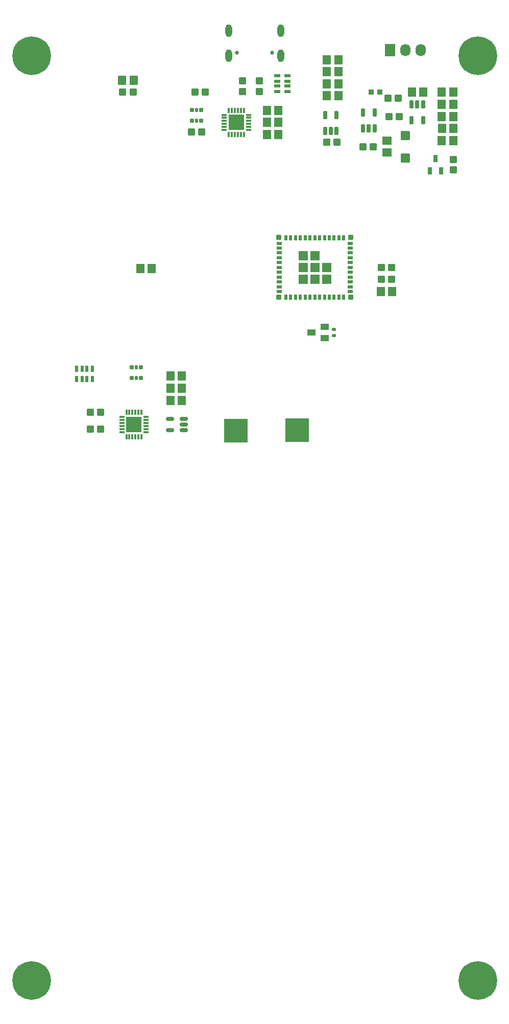
<source format=gbr>
%TF.GenerationSoftware,KiCad,Pcbnew,(6.0.7)*%
%TF.CreationDate,2022-10-22T21:09:40-04:00*%
%TF.ProjectId,Calculator,43616c63-756c-4617-946f-722e6b696361,rev?*%
%TF.SameCoordinates,Original*%
%TF.FileFunction,Soldermask,Bot*%
%TF.FilePolarity,Negative*%
%FSLAX46Y46*%
G04 Gerber Fmt 4.6, Leading zero omitted, Abs format (unit mm)*
G04 Created by KiCad (PCBNEW (6.0.7)) date 2022-10-22 21:09:40*
%MOMM*%
%LPD*%
G01*
G04 APERTURE LIST*
G04 Aperture macros list*
%AMRoundRect*
0 Rectangle with rounded corners*
0 $1 Rounding radius*
0 $2 $3 $4 $5 $6 $7 $8 $9 X,Y pos of 4 corners*
0 Add a 4 corners polygon primitive as box body*
4,1,4,$2,$3,$4,$5,$6,$7,$8,$9,$2,$3,0*
0 Add four circle primitives for the rounded corners*
1,1,$1+$1,$2,$3*
1,1,$1+$1,$4,$5*
1,1,$1+$1,$6,$7*
1,1,$1+$1,$8,$9*
0 Add four rect primitives between the rounded corners*
20,1,$1+$1,$2,$3,$4,$5,0*
20,1,$1+$1,$4,$5,$6,$7,0*
20,1,$1+$1,$6,$7,$8,$9,0*
20,1,$1+$1,$8,$9,$2,$3,0*%
G04 Aperture macros list end*
%ADD10C,0.650000*%
%ADD11O,1.101600X2.101600*%
%ADD12C,0.800000*%
%ADD13C,6.400000*%
%ADD14R,1.730000X2.030000*%
%ADD15O,1.730000X2.030000*%
%ADD16RoundRect,0.050800X-0.620000X-0.750000X0.620000X-0.750000X0.620000X0.750000X-0.620000X0.750000X0*%
%ADD17RoundRect,0.050800X0.537500X0.500000X-0.537500X0.500000X-0.537500X-0.500000X0.537500X-0.500000X0*%
%ADD18RoundRect,0.150000X0.512500X0.150000X-0.512500X0.150000X-0.512500X-0.150000X0.512500X-0.150000X0*%
%ADD19RoundRect,0.050800X-0.500000X0.537500X-0.500000X-0.537500X0.500000X-0.537500X0.500000X0.537500X0*%
%ADD20RoundRect,0.050800X-0.537500X-0.500000X0.537500X-0.500000X0.537500X0.500000X-0.537500X0.500000X0*%
%ADD21RoundRect,0.050800X-0.275000X-0.600000X0.275000X-0.600000X0.275000X0.600000X-0.275000X0.600000X0*%
%ADD22RoundRect,0.050800X0.620000X0.750000X-0.620000X0.750000X-0.620000X-0.750000X0.620000X-0.750000X0*%
%ADD23RoundRect,0.050800X0.317500X0.508000X-0.317500X0.508000X-0.317500X-0.508000X0.317500X-0.508000X0*%
%ADD24RoundRect,0.050800X0.400000X-0.400000X0.400000X0.400000X-0.400000X0.400000X-0.400000X-0.400000X0*%
%ADD25RoundRect,0.050800X0.400000X0.200000X-0.400000X0.200000X-0.400000X-0.200000X0.400000X-0.200000X0*%
%ADD26RoundRect,0.050800X0.200000X0.400000X-0.200000X0.400000X-0.200000X-0.400000X0.200000X-0.400000X0*%
%ADD27RoundRect,0.050800X0.725000X0.725000X-0.725000X0.725000X-0.725000X-0.725000X0.725000X-0.725000X0*%
%ADD28RoundRect,0.050800X0.350000X0.350000X-0.350000X0.350000X-0.350000X-0.350000X0.350000X-0.350000X0*%
%ADD29RoundRect,0.050800X0.250000X0.250000X-0.250000X0.250000X-0.250000X-0.250000X0.250000X-0.250000X0*%
%ADD30RoundRect,0.050800X0.200000X0.250000X-0.200000X0.250000X-0.200000X-0.250000X0.200000X-0.250000X0*%
%ADD31RoundRect,0.050800X0.275000X0.600000X-0.275000X0.600000X-0.275000X-0.600000X0.275000X-0.600000X0*%
%ADD32R,1.400000X1.000000*%
%ADD33RoundRect,0.050800X0.450000X-0.225000X0.450000X0.225000X-0.450000X0.225000X-0.450000X-0.225000X0*%
%ADD34RoundRect,0.135000X0.185000X-0.135000X0.185000X0.135000X-0.185000X0.135000X-0.185000X-0.135000X0*%
%ADD35RoundRect,0.050800X0.500000X-0.537500X0.500000X0.537500X-0.500000X0.537500X-0.500000X-0.537500X0*%
%ADD36R,4.000000X4.000000*%
%ADD37RoundRect,0.050800X-0.750000X0.620000X-0.750000X-0.620000X0.750000X-0.620000X0.750000X0.620000X0*%
%ADD38RoundRect,0.050800X0.700000X0.700000X-0.700000X0.700000X-0.700000X-0.700000X0.700000X-0.700000X0*%
%ADD39RoundRect,0.050800X0.225000X0.450000X-0.225000X0.450000X-0.225000X-0.450000X0.225000X-0.450000X0*%
%ADD40RoundRect,0.120800X0.070000X-0.330000X0.070000X0.330000X-0.070000X0.330000X-0.070000X-0.330000X0*%
%ADD41RoundRect,0.120800X0.330000X0.070000X-0.330000X0.070000X-0.330000X-0.070000X0.330000X-0.070000X0*%
%ADD42RoundRect,0.120800X-0.070000X0.330000X-0.070000X-0.330000X0.070000X-0.330000X0.070000X0.330000X0*%
%ADD43RoundRect,0.120800X-0.330000X-0.070000X0.330000X-0.070000X0.330000X0.070000X-0.330000X0.070000X0*%
%ADD44RoundRect,0.050800X-1.250000X1.250000X-1.250000X-1.250000X1.250000X-1.250000X1.250000X1.250000X0*%
G04 APERTURE END LIST*
D10*
%TO.C,X1*%
X104132641Y-29712641D03*
X98352641Y-29712641D03*
D11*
X105562641Y-30212641D03*
X96922641Y-30212641D03*
X105562641Y-26032641D03*
X96922641Y-26032641D03*
%TD*%
D12*
%TO.C,H1*%
X65939697Y-31939697D03*
D13*
X64242641Y-30242641D03*
D12*
X64242641Y-27842641D03*
X65939697Y-28545585D03*
X62545585Y-28545585D03*
X61842641Y-30242641D03*
X62545585Y-31939697D03*
X66642641Y-30242641D03*
X64242641Y-32642641D03*
%TD*%
D13*
%TO.C,H3*%
X64242641Y-183242641D03*
D12*
X64242641Y-185642641D03*
X66642641Y-183242641D03*
X62545585Y-181545585D03*
X65939697Y-184939697D03*
X64242641Y-180842641D03*
X65939697Y-181545585D03*
X62545585Y-184939697D03*
X61842641Y-183242641D03*
%TD*%
%TO.C,H2*%
X136545585Y-31939697D03*
X139939697Y-28545585D03*
X139939697Y-31939697D03*
X138242641Y-27842641D03*
X138242641Y-32642641D03*
X135842641Y-30242641D03*
X140642641Y-30242641D03*
D13*
X138242641Y-30242641D03*
D12*
X136545585Y-28545585D03*
%TD*%
D14*
%TO.C,SW36*%
X123702641Y-29242641D03*
D15*
X126242641Y-29242641D03*
X128782641Y-29242641D03*
%TD*%
D12*
%TO.C,H4*%
X138242641Y-185642641D03*
X138242641Y-180842641D03*
X136545585Y-184939697D03*
X139939697Y-181545585D03*
X136545585Y-181545585D03*
X139939697Y-184939697D03*
D13*
X138242641Y-183242641D03*
D12*
X135842641Y-183242641D03*
X140642641Y-183242641D03*
%TD*%
D16*
%TO.C,C10*%
X87292641Y-83242641D03*
X89192641Y-83242641D03*
%TD*%
D17*
%TO.C,R11*%
X125092641Y-37242641D03*
X123392641Y-37242641D03*
%TD*%
D18*
%TO.C,U2*%
X89517641Y-90292641D03*
X89517641Y-91242641D03*
X89517641Y-92192641D03*
X87242641Y-92192641D03*
X87242641Y-90292641D03*
%TD*%
D19*
%TO.C,R3*%
X134242641Y-47392641D03*
X134242641Y-49092641D03*
%TD*%
D17*
%TO.C,R16*%
X81092641Y-36242641D03*
X79392641Y-36242641D03*
%TD*%
D20*
%TO.C,R19*%
X90792641Y-42842641D03*
X92492641Y-42842641D03*
%TD*%
D17*
%TO.C,R15*%
X123942641Y-67242641D03*
X122242641Y-67242641D03*
%TD*%
D21*
%TO.C,U4*%
X127292641Y-38242641D03*
X128242641Y-38242641D03*
X129192641Y-38242641D03*
X129192641Y-40842841D03*
X127292641Y-40842841D03*
%TD*%
D16*
%TO.C,C8*%
X103292641Y-39242641D03*
X105192641Y-39242641D03*
%TD*%
D22*
%TO.C,R17*%
X84192641Y-65442641D03*
X82292641Y-65442641D03*
%TD*%
D23*
%TO.C,Q1*%
X132192641Y-49242641D03*
X130292641Y-49242641D03*
X131242641Y-47242641D03*
%TD*%
D24*
%TO.C,D37*%
X120542641Y-36242641D03*
X122042641Y-36242641D03*
%TD*%
D16*
%TO.C,C5*%
X132292641Y-38242641D03*
X134192641Y-38242641D03*
%TD*%
%TO.C,C6*%
X132292641Y-36242641D03*
X134192641Y-36242641D03*
%TD*%
%TO.C,C7*%
X103292641Y-41242641D03*
X105192641Y-41242641D03*
%TD*%
D25*
%TO.C,X2*%
X117142641Y-61242641D03*
X117142641Y-62042641D03*
X117142641Y-62842641D03*
X117142641Y-63642641D03*
X117142641Y-64442641D03*
X117142641Y-65242641D03*
X117142641Y-66042641D03*
X117142641Y-66842641D03*
X117142641Y-67642641D03*
X117142641Y-68442641D03*
X117142641Y-69242641D03*
D26*
X116042641Y-70142641D03*
X115242641Y-70142641D03*
X114442641Y-70142641D03*
X113642641Y-70142641D03*
X112842641Y-70142641D03*
X112042641Y-70142641D03*
X111242641Y-70142641D03*
X110442641Y-70142641D03*
X109642641Y-70142641D03*
X108842641Y-70142641D03*
X108042641Y-70142641D03*
X107242641Y-70142641D03*
X106442641Y-70142641D03*
D25*
X105342641Y-69242641D03*
X105342641Y-68442641D03*
X105342641Y-67642641D03*
X105342641Y-66842641D03*
X105342641Y-66042641D03*
X105342641Y-65242641D03*
X105342641Y-64442641D03*
X105342641Y-63642641D03*
X105342641Y-62842641D03*
X105342641Y-62042641D03*
X105342641Y-61242641D03*
D26*
X106442641Y-60342641D03*
X107242641Y-60342641D03*
X108042641Y-60342641D03*
X108842641Y-60342641D03*
X109642641Y-60342641D03*
X110442641Y-60342641D03*
X111242641Y-60342641D03*
X112042641Y-60342641D03*
X112842641Y-60342641D03*
X113642641Y-60342641D03*
X114442641Y-60342641D03*
X115242641Y-60342641D03*
X116042641Y-60342641D03*
D27*
X111242641Y-65242641D03*
D28*
X105292641Y-60292641D03*
X105292641Y-70192641D03*
X117192641Y-70192641D03*
X117192641Y-60292641D03*
D27*
X113192641Y-65242641D03*
X113192641Y-67192641D03*
X111242641Y-67192641D03*
X109292641Y-67192641D03*
X109292641Y-65242641D03*
X109292641Y-63292641D03*
X111242641Y-63292641D03*
%TD*%
D17*
%TO.C,R9*%
X75692641Y-92042641D03*
X73992641Y-92042641D03*
%TD*%
D29*
%TO.C,Q4*%
X92392641Y-40942641D03*
D30*
X91642641Y-40942641D03*
D29*
X90892641Y-40942641D03*
X90892641Y-39142641D03*
D30*
X91642641Y-39142641D03*
D29*
X92392641Y-39142641D03*
%TD*%
D20*
%TO.C,R12*%
X123542641Y-40242641D03*
X125242641Y-40242641D03*
%TD*%
D31*
%TO.C,U1*%
X121142641Y-42242641D03*
X120192641Y-42242641D03*
X119242641Y-42242641D03*
X119242641Y-39642441D03*
X121142641Y-39642441D03*
%TD*%
D22*
%TO.C,C15*%
X115142641Y-30842641D03*
X113242641Y-30842641D03*
%TD*%
%TO.C,C14*%
X81192641Y-34242641D03*
X79292641Y-34242641D03*
%TD*%
D16*
%TO.C,C9*%
X103292641Y-43242641D03*
X105192641Y-43242641D03*
%TD*%
D32*
%TO.C,Q2*%
X112842641Y-75042641D03*
X112842641Y-76942641D03*
X110642641Y-75992641D03*
%TD*%
D31*
%TO.C,U3*%
X114842641Y-42642641D03*
X113892641Y-42642641D03*
X112942641Y-42642641D03*
X112942641Y-40042441D03*
X114842641Y-40042441D03*
%TD*%
D33*
%TO.C,R7*%
X104992641Y-36142641D03*
X104992641Y-35242641D03*
X104992641Y-34442641D03*
X104992641Y-33542641D03*
X106692641Y-33542641D03*
X106692641Y-34442641D03*
X106692641Y-35242641D03*
X106692641Y-36142641D03*
%TD*%
D22*
%TO.C,C17*%
X115142641Y-34842641D03*
X113242641Y-34842641D03*
%TD*%
D34*
%TO.C,R2*%
X114442641Y-76552641D03*
X114442641Y-75532641D03*
%TD*%
D16*
%TO.C,C13*%
X122192641Y-69242641D03*
X124092641Y-69242641D03*
%TD*%
D35*
%TO.C,R6*%
X102042641Y-36092641D03*
X102042641Y-34392641D03*
%TD*%
D36*
%TO.C,TP1*%
X108342641Y-92222641D03*
X98142641Y-92262641D03*
%TD*%
D22*
%TO.C,C19*%
X129242641Y-36242641D03*
X127342641Y-36242641D03*
%TD*%
D17*
%TO.C,R18*%
X93092641Y-36242641D03*
X91392641Y-36242641D03*
%TD*%
D37*
%TO.C,C1*%
X123242641Y-44292641D03*
X123242641Y-46192641D03*
%TD*%
D20*
%TO.C,R14*%
X122242641Y-65242641D03*
X123942641Y-65242641D03*
%TD*%
D22*
%TO.C,C18*%
X115142641Y-36842641D03*
X113242641Y-36842641D03*
%TD*%
D38*
%TO.C,D36*%
X126242641Y-47142641D03*
X126242641Y-43442641D03*
%TD*%
D39*
%TO.C,R8*%
X74342641Y-83692641D03*
X73442641Y-83692641D03*
X72642641Y-83692641D03*
X71742641Y-83692641D03*
X71742641Y-81992641D03*
X72642641Y-81992641D03*
X73442641Y-81992641D03*
X74342641Y-81992641D03*
%TD*%
D22*
%TO.C,C16*%
X115142641Y-32842641D03*
X113242641Y-32842641D03*
%TD*%
D16*
%TO.C,C3*%
X132342641Y-42242641D03*
X134242641Y-42242641D03*
%TD*%
D17*
%TO.C,R10*%
X75692641Y-89242641D03*
X73992641Y-89242641D03*
%TD*%
D16*
%TO.C,C4*%
X132292641Y-40242641D03*
X134192641Y-40242641D03*
%TD*%
D29*
%TO.C,Q3*%
X82392641Y-83542641D03*
D30*
X81642641Y-83542641D03*
D29*
X80892641Y-83542641D03*
X80892641Y-81742641D03*
D30*
X81642641Y-81742641D03*
D29*
X82392641Y-81742641D03*
%TD*%
D35*
%TO.C,R5*%
X99242641Y-36092641D03*
X99242641Y-34392641D03*
%TD*%
D16*
%TO.C,C11*%
X87292641Y-85242641D03*
X89192641Y-85242641D03*
%TD*%
D17*
%TO.C,R4*%
X120892641Y-45242641D03*
X119192641Y-45242641D03*
%TD*%
D40*
%TO.C,IC1*%
X96992641Y-39242641D03*
X97492641Y-39242641D03*
X97992641Y-39242641D03*
X98492641Y-39242641D03*
X98992641Y-39242641D03*
X99492641Y-39242641D03*
D41*
X100242641Y-39992641D03*
X100242641Y-40492641D03*
X100242641Y-40992641D03*
X100242641Y-41492641D03*
X100242641Y-41992641D03*
X100242641Y-42492641D03*
D42*
X99492641Y-43242641D03*
X98992641Y-43242641D03*
X98492641Y-43242641D03*
X97992641Y-43242641D03*
X97492641Y-43242641D03*
X96992641Y-43242641D03*
D43*
X96242641Y-42492641D03*
X96242641Y-41992641D03*
X96242641Y-41492641D03*
X96242641Y-40992641D03*
X96242641Y-40492641D03*
X96242641Y-39992641D03*
D44*
X98242641Y-41242641D03*
%TD*%
D17*
%TO.C,R13*%
X114942641Y-44542541D03*
X113242641Y-44542541D03*
%TD*%
D16*
%TO.C,C12*%
X87292641Y-87242641D03*
X89192641Y-87242641D03*
%TD*%
%TO.C,C2*%
X132292641Y-44242641D03*
X134192641Y-44242641D03*
%TD*%
D40*
%TO.C,IC2*%
X79992641Y-89242641D03*
X80492641Y-89242641D03*
X80992641Y-89242641D03*
X81492641Y-89242641D03*
X81992641Y-89242641D03*
X82492641Y-89242641D03*
D41*
X83242641Y-89992641D03*
X83242641Y-90492641D03*
X83242641Y-90992641D03*
X83242641Y-91492641D03*
X83242641Y-91992641D03*
X83242641Y-92492641D03*
D42*
X82492641Y-93242641D03*
X81992641Y-93242641D03*
X81492641Y-93242641D03*
X80992641Y-93242641D03*
X80492641Y-93242641D03*
X79992641Y-93242641D03*
D43*
X79242641Y-92492641D03*
X79242641Y-91992641D03*
X79242641Y-91492641D03*
X79242641Y-90992641D03*
X79242641Y-90492641D03*
X79242641Y-89992641D03*
D44*
X81242641Y-91242641D03*
%TD*%
M02*

</source>
